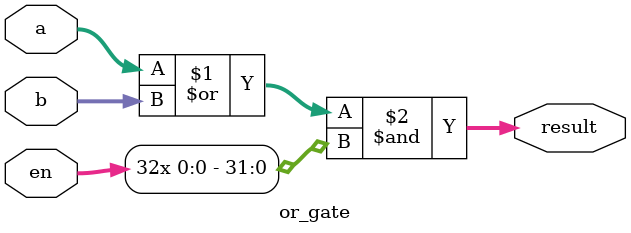
<source format=v>
module or_gate(
    input  [31:0] a, b,
    input         en,
    output [31:0] result
);
    assign result = (a | b) & {32{en}};
endmodule
</source>
